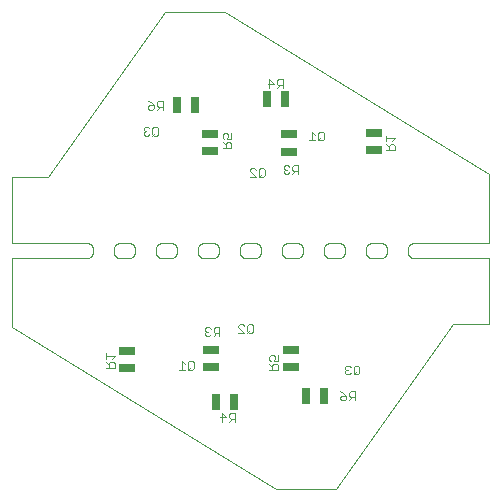
<source format=gbo>
G75*
%MOIN*%
%OFA0B0*%
%FSLAX25Y25*%
%IPPOS*%
%LPD*%
%AMOC8*
5,1,8,0,0,1.08239X$1,22.5*
%
%ADD10C,0.00000*%
%ADD11C,0.00300*%
%ADD12R,0.05512X0.02559*%
%ADD13R,0.02559X0.05512*%
D10*
X0003000Y0056500D02*
X0003000Y0079500D01*
X0028000Y0079500D01*
X0028087Y0079502D01*
X0028174Y0079508D01*
X0028261Y0079517D01*
X0028347Y0079530D01*
X0028433Y0079547D01*
X0028518Y0079568D01*
X0028601Y0079593D01*
X0028684Y0079621D01*
X0028765Y0079652D01*
X0028845Y0079687D01*
X0028923Y0079726D01*
X0029000Y0079768D01*
X0029075Y0079813D01*
X0029147Y0079862D01*
X0029218Y0079913D01*
X0029286Y0079968D01*
X0029351Y0080025D01*
X0029414Y0080086D01*
X0029475Y0080149D01*
X0029532Y0080214D01*
X0029587Y0080282D01*
X0029638Y0080353D01*
X0029687Y0080425D01*
X0029732Y0080500D01*
X0029774Y0080577D01*
X0029813Y0080655D01*
X0029848Y0080735D01*
X0029879Y0080816D01*
X0029907Y0080899D01*
X0029932Y0080982D01*
X0029953Y0081067D01*
X0029970Y0081153D01*
X0029983Y0081239D01*
X0029992Y0081326D01*
X0029998Y0081413D01*
X0030000Y0081500D01*
X0030000Y0082500D01*
X0029998Y0082587D01*
X0029992Y0082674D01*
X0029983Y0082761D01*
X0029970Y0082847D01*
X0029953Y0082933D01*
X0029932Y0083018D01*
X0029907Y0083101D01*
X0029879Y0083184D01*
X0029848Y0083265D01*
X0029813Y0083345D01*
X0029774Y0083423D01*
X0029732Y0083500D01*
X0029687Y0083575D01*
X0029638Y0083647D01*
X0029587Y0083718D01*
X0029532Y0083786D01*
X0029475Y0083851D01*
X0029414Y0083914D01*
X0029351Y0083975D01*
X0029286Y0084032D01*
X0029218Y0084087D01*
X0029147Y0084138D01*
X0029075Y0084187D01*
X0029000Y0084232D01*
X0028923Y0084274D01*
X0028845Y0084313D01*
X0028765Y0084348D01*
X0028684Y0084379D01*
X0028601Y0084407D01*
X0028518Y0084432D01*
X0028433Y0084453D01*
X0028347Y0084470D01*
X0028261Y0084483D01*
X0028174Y0084492D01*
X0028087Y0084498D01*
X0028000Y0084500D01*
X0003000Y0084500D01*
X0003000Y0106500D01*
X0015000Y0106500D01*
X0054000Y0161500D01*
X0074000Y0161500D01*
X0162000Y0107500D01*
X0162000Y0084500D01*
X0137000Y0084500D01*
X0136913Y0084498D01*
X0136826Y0084492D01*
X0136739Y0084483D01*
X0136653Y0084470D01*
X0136567Y0084453D01*
X0136482Y0084432D01*
X0136399Y0084407D01*
X0136316Y0084379D01*
X0136235Y0084348D01*
X0136155Y0084313D01*
X0136077Y0084274D01*
X0136000Y0084232D01*
X0135925Y0084187D01*
X0135853Y0084138D01*
X0135782Y0084087D01*
X0135714Y0084032D01*
X0135649Y0083975D01*
X0135586Y0083914D01*
X0135525Y0083851D01*
X0135468Y0083786D01*
X0135413Y0083718D01*
X0135362Y0083647D01*
X0135313Y0083575D01*
X0135268Y0083500D01*
X0135226Y0083423D01*
X0135187Y0083345D01*
X0135152Y0083265D01*
X0135121Y0083184D01*
X0135093Y0083101D01*
X0135068Y0083018D01*
X0135047Y0082933D01*
X0135030Y0082847D01*
X0135017Y0082761D01*
X0135008Y0082674D01*
X0135002Y0082587D01*
X0135000Y0082500D01*
X0135000Y0081500D01*
X0135002Y0081413D01*
X0135008Y0081326D01*
X0135017Y0081239D01*
X0135030Y0081153D01*
X0135047Y0081067D01*
X0135068Y0080982D01*
X0135093Y0080899D01*
X0135121Y0080816D01*
X0135152Y0080735D01*
X0135187Y0080655D01*
X0135226Y0080577D01*
X0135268Y0080500D01*
X0135313Y0080425D01*
X0135362Y0080353D01*
X0135413Y0080282D01*
X0135468Y0080214D01*
X0135525Y0080149D01*
X0135586Y0080086D01*
X0135649Y0080025D01*
X0135714Y0079968D01*
X0135782Y0079913D01*
X0135853Y0079862D01*
X0135925Y0079813D01*
X0136000Y0079768D01*
X0136077Y0079726D01*
X0136155Y0079687D01*
X0136235Y0079652D01*
X0136316Y0079621D01*
X0136399Y0079593D01*
X0136482Y0079568D01*
X0136567Y0079547D01*
X0136653Y0079530D01*
X0136739Y0079517D01*
X0136826Y0079508D01*
X0136913Y0079502D01*
X0137000Y0079500D01*
X0162000Y0079500D01*
X0162000Y0057500D01*
X0150000Y0057500D01*
X0111000Y0002500D01*
X0091000Y0002500D01*
X0003000Y0056500D01*
X0037000Y0081500D02*
X0037000Y0082500D01*
X0037002Y0082587D01*
X0037008Y0082674D01*
X0037017Y0082761D01*
X0037030Y0082847D01*
X0037047Y0082933D01*
X0037068Y0083018D01*
X0037093Y0083101D01*
X0037121Y0083184D01*
X0037152Y0083265D01*
X0037187Y0083345D01*
X0037226Y0083423D01*
X0037268Y0083500D01*
X0037313Y0083575D01*
X0037362Y0083647D01*
X0037413Y0083718D01*
X0037468Y0083786D01*
X0037525Y0083851D01*
X0037586Y0083914D01*
X0037649Y0083975D01*
X0037714Y0084032D01*
X0037782Y0084087D01*
X0037853Y0084138D01*
X0037925Y0084187D01*
X0038000Y0084232D01*
X0038077Y0084274D01*
X0038155Y0084313D01*
X0038235Y0084348D01*
X0038316Y0084379D01*
X0038399Y0084407D01*
X0038482Y0084432D01*
X0038567Y0084453D01*
X0038653Y0084470D01*
X0038739Y0084483D01*
X0038826Y0084492D01*
X0038913Y0084498D01*
X0039000Y0084500D01*
X0042000Y0084500D01*
X0042087Y0084498D01*
X0042174Y0084492D01*
X0042261Y0084483D01*
X0042347Y0084470D01*
X0042433Y0084453D01*
X0042518Y0084432D01*
X0042601Y0084407D01*
X0042684Y0084379D01*
X0042765Y0084348D01*
X0042845Y0084313D01*
X0042923Y0084274D01*
X0043000Y0084232D01*
X0043075Y0084187D01*
X0043147Y0084138D01*
X0043218Y0084087D01*
X0043286Y0084032D01*
X0043351Y0083975D01*
X0043414Y0083914D01*
X0043475Y0083851D01*
X0043532Y0083786D01*
X0043587Y0083718D01*
X0043638Y0083647D01*
X0043687Y0083575D01*
X0043732Y0083500D01*
X0043774Y0083423D01*
X0043813Y0083345D01*
X0043848Y0083265D01*
X0043879Y0083184D01*
X0043907Y0083101D01*
X0043932Y0083018D01*
X0043953Y0082933D01*
X0043970Y0082847D01*
X0043983Y0082761D01*
X0043992Y0082674D01*
X0043998Y0082587D01*
X0044000Y0082500D01*
X0044000Y0081500D01*
X0043998Y0081413D01*
X0043992Y0081326D01*
X0043983Y0081239D01*
X0043970Y0081153D01*
X0043953Y0081067D01*
X0043932Y0080982D01*
X0043907Y0080899D01*
X0043879Y0080816D01*
X0043848Y0080735D01*
X0043813Y0080655D01*
X0043774Y0080577D01*
X0043732Y0080500D01*
X0043687Y0080425D01*
X0043638Y0080353D01*
X0043587Y0080282D01*
X0043532Y0080214D01*
X0043475Y0080149D01*
X0043414Y0080086D01*
X0043351Y0080025D01*
X0043286Y0079968D01*
X0043218Y0079913D01*
X0043147Y0079862D01*
X0043075Y0079813D01*
X0043000Y0079768D01*
X0042923Y0079726D01*
X0042845Y0079687D01*
X0042765Y0079652D01*
X0042684Y0079621D01*
X0042601Y0079593D01*
X0042518Y0079568D01*
X0042433Y0079547D01*
X0042347Y0079530D01*
X0042261Y0079517D01*
X0042174Y0079508D01*
X0042087Y0079502D01*
X0042000Y0079500D01*
X0039000Y0079500D01*
X0038913Y0079502D01*
X0038826Y0079508D01*
X0038739Y0079517D01*
X0038653Y0079530D01*
X0038567Y0079547D01*
X0038482Y0079568D01*
X0038399Y0079593D01*
X0038316Y0079621D01*
X0038235Y0079652D01*
X0038155Y0079687D01*
X0038077Y0079726D01*
X0038000Y0079768D01*
X0037925Y0079813D01*
X0037853Y0079862D01*
X0037782Y0079913D01*
X0037714Y0079968D01*
X0037649Y0080025D01*
X0037586Y0080086D01*
X0037525Y0080149D01*
X0037468Y0080214D01*
X0037413Y0080282D01*
X0037362Y0080353D01*
X0037313Y0080425D01*
X0037268Y0080500D01*
X0037226Y0080577D01*
X0037187Y0080655D01*
X0037152Y0080735D01*
X0037121Y0080816D01*
X0037093Y0080899D01*
X0037068Y0080982D01*
X0037047Y0081067D01*
X0037030Y0081153D01*
X0037017Y0081239D01*
X0037008Y0081326D01*
X0037002Y0081413D01*
X0037000Y0081500D01*
X0051000Y0081500D02*
X0051000Y0082500D01*
X0051002Y0082587D01*
X0051008Y0082674D01*
X0051017Y0082761D01*
X0051030Y0082847D01*
X0051047Y0082933D01*
X0051068Y0083018D01*
X0051093Y0083101D01*
X0051121Y0083184D01*
X0051152Y0083265D01*
X0051187Y0083345D01*
X0051226Y0083423D01*
X0051268Y0083500D01*
X0051313Y0083575D01*
X0051362Y0083647D01*
X0051413Y0083718D01*
X0051468Y0083786D01*
X0051525Y0083851D01*
X0051586Y0083914D01*
X0051649Y0083975D01*
X0051714Y0084032D01*
X0051782Y0084087D01*
X0051853Y0084138D01*
X0051925Y0084187D01*
X0052000Y0084232D01*
X0052077Y0084274D01*
X0052155Y0084313D01*
X0052235Y0084348D01*
X0052316Y0084379D01*
X0052399Y0084407D01*
X0052482Y0084432D01*
X0052567Y0084453D01*
X0052653Y0084470D01*
X0052739Y0084483D01*
X0052826Y0084492D01*
X0052913Y0084498D01*
X0053000Y0084500D01*
X0056000Y0084500D01*
X0056087Y0084498D01*
X0056174Y0084492D01*
X0056261Y0084483D01*
X0056347Y0084470D01*
X0056433Y0084453D01*
X0056518Y0084432D01*
X0056601Y0084407D01*
X0056684Y0084379D01*
X0056765Y0084348D01*
X0056845Y0084313D01*
X0056923Y0084274D01*
X0057000Y0084232D01*
X0057075Y0084187D01*
X0057147Y0084138D01*
X0057218Y0084087D01*
X0057286Y0084032D01*
X0057351Y0083975D01*
X0057414Y0083914D01*
X0057475Y0083851D01*
X0057532Y0083786D01*
X0057587Y0083718D01*
X0057638Y0083647D01*
X0057687Y0083575D01*
X0057732Y0083500D01*
X0057774Y0083423D01*
X0057813Y0083345D01*
X0057848Y0083265D01*
X0057879Y0083184D01*
X0057907Y0083101D01*
X0057932Y0083018D01*
X0057953Y0082933D01*
X0057970Y0082847D01*
X0057983Y0082761D01*
X0057992Y0082674D01*
X0057998Y0082587D01*
X0058000Y0082500D01*
X0058000Y0081500D01*
X0057998Y0081413D01*
X0057992Y0081326D01*
X0057983Y0081239D01*
X0057970Y0081153D01*
X0057953Y0081067D01*
X0057932Y0080982D01*
X0057907Y0080899D01*
X0057879Y0080816D01*
X0057848Y0080735D01*
X0057813Y0080655D01*
X0057774Y0080577D01*
X0057732Y0080500D01*
X0057687Y0080425D01*
X0057638Y0080353D01*
X0057587Y0080282D01*
X0057532Y0080214D01*
X0057475Y0080149D01*
X0057414Y0080086D01*
X0057351Y0080025D01*
X0057286Y0079968D01*
X0057218Y0079913D01*
X0057147Y0079862D01*
X0057075Y0079813D01*
X0057000Y0079768D01*
X0056923Y0079726D01*
X0056845Y0079687D01*
X0056765Y0079652D01*
X0056684Y0079621D01*
X0056601Y0079593D01*
X0056518Y0079568D01*
X0056433Y0079547D01*
X0056347Y0079530D01*
X0056261Y0079517D01*
X0056174Y0079508D01*
X0056087Y0079502D01*
X0056000Y0079500D01*
X0053000Y0079500D01*
X0052913Y0079502D01*
X0052826Y0079508D01*
X0052739Y0079517D01*
X0052653Y0079530D01*
X0052567Y0079547D01*
X0052482Y0079568D01*
X0052399Y0079593D01*
X0052316Y0079621D01*
X0052235Y0079652D01*
X0052155Y0079687D01*
X0052077Y0079726D01*
X0052000Y0079768D01*
X0051925Y0079813D01*
X0051853Y0079862D01*
X0051782Y0079913D01*
X0051714Y0079968D01*
X0051649Y0080025D01*
X0051586Y0080086D01*
X0051525Y0080149D01*
X0051468Y0080214D01*
X0051413Y0080282D01*
X0051362Y0080353D01*
X0051313Y0080425D01*
X0051268Y0080500D01*
X0051226Y0080577D01*
X0051187Y0080655D01*
X0051152Y0080735D01*
X0051121Y0080816D01*
X0051093Y0080899D01*
X0051068Y0080982D01*
X0051047Y0081067D01*
X0051030Y0081153D01*
X0051017Y0081239D01*
X0051008Y0081326D01*
X0051002Y0081413D01*
X0051000Y0081500D01*
X0065000Y0081500D02*
X0065000Y0082500D01*
X0065002Y0082587D01*
X0065008Y0082674D01*
X0065017Y0082761D01*
X0065030Y0082847D01*
X0065047Y0082933D01*
X0065068Y0083018D01*
X0065093Y0083101D01*
X0065121Y0083184D01*
X0065152Y0083265D01*
X0065187Y0083345D01*
X0065226Y0083423D01*
X0065268Y0083500D01*
X0065313Y0083575D01*
X0065362Y0083647D01*
X0065413Y0083718D01*
X0065468Y0083786D01*
X0065525Y0083851D01*
X0065586Y0083914D01*
X0065649Y0083975D01*
X0065714Y0084032D01*
X0065782Y0084087D01*
X0065853Y0084138D01*
X0065925Y0084187D01*
X0066000Y0084232D01*
X0066077Y0084274D01*
X0066155Y0084313D01*
X0066235Y0084348D01*
X0066316Y0084379D01*
X0066399Y0084407D01*
X0066482Y0084432D01*
X0066567Y0084453D01*
X0066653Y0084470D01*
X0066739Y0084483D01*
X0066826Y0084492D01*
X0066913Y0084498D01*
X0067000Y0084500D01*
X0070000Y0084500D01*
X0070087Y0084498D01*
X0070174Y0084492D01*
X0070261Y0084483D01*
X0070347Y0084470D01*
X0070433Y0084453D01*
X0070518Y0084432D01*
X0070601Y0084407D01*
X0070684Y0084379D01*
X0070765Y0084348D01*
X0070845Y0084313D01*
X0070923Y0084274D01*
X0071000Y0084232D01*
X0071075Y0084187D01*
X0071147Y0084138D01*
X0071218Y0084087D01*
X0071286Y0084032D01*
X0071351Y0083975D01*
X0071414Y0083914D01*
X0071475Y0083851D01*
X0071532Y0083786D01*
X0071587Y0083718D01*
X0071638Y0083647D01*
X0071687Y0083575D01*
X0071732Y0083500D01*
X0071774Y0083423D01*
X0071813Y0083345D01*
X0071848Y0083265D01*
X0071879Y0083184D01*
X0071907Y0083101D01*
X0071932Y0083018D01*
X0071953Y0082933D01*
X0071970Y0082847D01*
X0071983Y0082761D01*
X0071992Y0082674D01*
X0071998Y0082587D01*
X0072000Y0082500D01*
X0072000Y0081500D01*
X0071998Y0081413D01*
X0071992Y0081326D01*
X0071983Y0081239D01*
X0071970Y0081153D01*
X0071953Y0081067D01*
X0071932Y0080982D01*
X0071907Y0080899D01*
X0071879Y0080816D01*
X0071848Y0080735D01*
X0071813Y0080655D01*
X0071774Y0080577D01*
X0071732Y0080500D01*
X0071687Y0080425D01*
X0071638Y0080353D01*
X0071587Y0080282D01*
X0071532Y0080214D01*
X0071475Y0080149D01*
X0071414Y0080086D01*
X0071351Y0080025D01*
X0071286Y0079968D01*
X0071218Y0079913D01*
X0071147Y0079862D01*
X0071075Y0079813D01*
X0071000Y0079768D01*
X0070923Y0079726D01*
X0070845Y0079687D01*
X0070765Y0079652D01*
X0070684Y0079621D01*
X0070601Y0079593D01*
X0070518Y0079568D01*
X0070433Y0079547D01*
X0070347Y0079530D01*
X0070261Y0079517D01*
X0070174Y0079508D01*
X0070087Y0079502D01*
X0070000Y0079500D01*
X0067000Y0079500D01*
X0066913Y0079502D01*
X0066826Y0079508D01*
X0066739Y0079517D01*
X0066653Y0079530D01*
X0066567Y0079547D01*
X0066482Y0079568D01*
X0066399Y0079593D01*
X0066316Y0079621D01*
X0066235Y0079652D01*
X0066155Y0079687D01*
X0066077Y0079726D01*
X0066000Y0079768D01*
X0065925Y0079813D01*
X0065853Y0079862D01*
X0065782Y0079913D01*
X0065714Y0079968D01*
X0065649Y0080025D01*
X0065586Y0080086D01*
X0065525Y0080149D01*
X0065468Y0080214D01*
X0065413Y0080282D01*
X0065362Y0080353D01*
X0065313Y0080425D01*
X0065268Y0080500D01*
X0065226Y0080577D01*
X0065187Y0080655D01*
X0065152Y0080735D01*
X0065121Y0080816D01*
X0065093Y0080899D01*
X0065068Y0080982D01*
X0065047Y0081067D01*
X0065030Y0081153D01*
X0065017Y0081239D01*
X0065008Y0081326D01*
X0065002Y0081413D01*
X0065000Y0081500D01*
X0079000Y0081500D02*
X0079000Y0082500D01*
X0079002Y0082587D01*
X0079008Y0082674D01*
X0079017Y0082761D01*
X0079030Y0082847D01*
X0079047Y0082933D01*
X0079068Y0083018D01*
X0079093Y0083101D01*
X0079121Y0083184D01*
X0079152Y0083265D01*
X0079187Y0083345D01*
X0079226Y0083423D01*
X0079268Y0083500D01*
X0079313Y0083575D01*
X0079362Y0083647D01*
X0079413Y0083718D01*
X0079468Y0083786D01*
X0079525Y0083851D01*
X0079586Y0083914D01*
X0079649Y0083975D01*
X0079714Y0084032D01*
X0079782Y0084087D01*
X0079853Y0084138D01*
X0079925Y0084187D01*
X0080000Y0084232D01*
X0080077Y0084274D01*
X0080155Y0084313D01*
X0080235Y0084348D01*
X0080316Y0084379D01*
X0080399Y0084407D01*
X0080482Y0084432D01*
X0080567Y0084453D01*
X0080653Y0084470D01*
X0080739Y0084483D01*
X0080826Y0084492D01*
X0080913Y0084498D01*
X0081000Y0084500D01*
X0084000Y0084500D01*
X0084087Y0084498D01*
X0084174Y0084492D01*
X0084261Y0084483D01*
X0084347Y0084470D01*
X0084433Y0084453D01*
X0084518Y0084432D01*
X0084601Y0084407D01*
X0084684Y0084379D01*
X0084765Y0084348D01*
X0084845Y0084313D01*
X0084923Y0084274D01*
X0085000Y0084232D01*
X0085075Y0084187D01*
X0085147Y0084138D01*
X0085218Y0084087D01*
X0085286Y0084032D01*
X0085351Y0083975D01*
X0085414Y0083914D01*
X0085475Y0083851D01*
X0085532Y0083786D01*
X0085587Y0083718D01*
X0085638Y0083647D01*
X0085687Y0083575D01*
X0085732Y0083500D01*
X0085774Y0083423D01*
X0085813Y0083345D01*
X0085848Y0083265D01*
X0085879Y0083184D01*
X0085907Y0083101D01*
X0085932Y0083018D01*
X0085953Y0082933D01*
X0085970Y0082847D01*
X0085983Y0082761D01*
X0085992Y0082674D01*
X0085998Y0082587D01*
X0086000Y0082500D01*
X0086000Y0081500D01*
X0085998Y0081413D01*
X0085992Y0081326D01*
X0085983Y0081239D01*
X0085970Y0081153D01*
X0085953Y0081067D01*
X0085932Y0080982D01*
X0085907Y0080899D01*
X0085879Y0080816D01*
X0085848Y0080735D01*
X0085813Y0080655D01*
X0085774Y0080577D01*
X0085732Y0080500D01*
X0085687Y0080425D01*
X0085638Y0080353D01*
X0085587Y0080282D01*
X0085532Y0080214D01*
X0085475Y0080149D01*
X0085414Y0080086D01*
X0085351Y0080025D01*
X0085286Y0079968D01*
X0085218Y0079913D01*
X0085147Y0079862D01*
X0085075Y0079813D01*
X0085000Y0079768D01*
X0084923Y0079726D01*
X0084845Y0079687D01*
X0084765Y0079652D01*
X0084684Y0079621D01*
X0084601Y0079593D01*
X0084518Y0079568D01*
X0084433Y0079547D01*
X0084347Y0079530D01*
X0084261Y0079517D01*
X0084174Y0079508D01*
X0084087Y0079502D01*
X0084000Y0079500D01*
X0081000Y0079500D01*
X0080913Y0079502D01*
X0080826Y0079508D01*
X0080739Y0079517D01*
X0080653Y0079530D01*
X0080567Y0079547D01*
X0080482Y0079568D01*
X0080399Y0079593D01*
X0080316Y0079621D01*
X0080235Y0079652D01*
X0080155Y0079687D01*
X0080077Y0079726D01*
X0080000Y0079768D01*
X0079925Y0079813D01*
X0079853Y0079862D01*
X0079782Y0079913D01*
X0079714Y0079968D01*
X0079649Y0080025D01*
X0079586Y0080086D01*
X0079525Y0080149D01*
X0079468Y0080214D01*
X0079413Y0080282D01*
X0079362Y0080353D01*
X0079313Y0080425D01*
X0079268Y0080500D01*
X0079226Y0080577D01*
X0079187Y0080655D01*
X0079152Y0080735D01*
X0079121Y0080816D01*
X0079093Y0080899D01*
X0079068Y0080982D01*
X0079047Y0081067D01*
X0079030Y0081153D01*
X0079017Y0081239D01*
X0079008Y0081326D01*
X0079002Y0081413D01*
X0079000Y0081500D01*
X0093000Y0081500D02*
X0093000Y0082500D01*
X0093002Y0082587D01*
X0093008Y0082674D01*
X0093017Y0082761D01*
X0093030Y0082847D01*
X0093047Y0082933D01*
X0093068Y0083018D01*
X0093093Y0083101D01*
X0093121Y0083184D01*
X0093152Y0083265D01*
X0093187Y0083345D01*
X0093226Y0083423D01*
X0093268Y0083500D01*
X0093313Y0083575D01*
X0093362Y0083647D01*
X0093413Y0083718D01*
X0093468Y0083786D01*
X0093525Y0083851D01*
X0093586Y0083914D01*
X0093649Y0083975D01*
X0093714Y0084032D01*
X0093782Y0084087D01*
X0093853Y0084138D01*
X0093925Y0084187D01*
X0094000Y0084232D01*
X0094077Y0084274D01*
X0094155Y0084313D01*
X0094235Y0084348D01*
X0094316Y0084379D01*
X0094399Y0084407D01*
X0094482Y0084432D01*
X0094567Y0084453D01*
X0094653Y0084470D01*
X0094739Y0084483D01*
X0094826Y0084492D01*
X0094913Y0084498D01*
X0095000Y0084500D01*
X0098000Y0084500D01*
X0098087Y0084498D01*
X0098174Y0084492D01*
X0098261Y0084483D01*
X0098347Y0084470D01*
X0098433Y0084453D01*
X0098518Y0084432D01*
X0098601Y0084407D01*
X0098684Y0084379D01*
X0098765Y0084348D01*
X0098845Y0084313D01*
X0098923Y0084274D01*
X0099000Y0084232D01*
X0099075Y0084187D01*
X0099147Y0084138D01*
X0099218Y0084087D01*
X0099286Y0084032D01*
X0099351Y0083975D01*
X0099414Y0083914D01*
X0099475Y0083851D01*
X0099532Y0083786D01*
X0099587Y0083718D01*
X0099638Y0083647D01*
X0099687Y0083575D01*
X0099732Y0083500D01*
X0099774Y0083423D01*
X0099813Y0083345D01*
X0099848Y0083265D01*
X0099879Y0083184D01*
X0099907Y0083101D01*
X0099932Y0083018D01*
X0099953Y0082933D01*
X0099970Y0082847D01*
X0099983Y0082761D01*
X0099992Y0082674D01*
X0099998Y0082587D01*
X0100000Y0082500D01*
X0100000Y0081500D01*
X0099998Y0081413D01*
X0099992Y0081326D01*
X0099983Y0081239D01*
X0099970Y0081153D01*
X0099953Y0081067D01*
X0099932Y0080982D01*
X0099907Y0080899D01*
X0099879Y0080816D01*
X0099848Y0080735D01*
X0099813Y0080655D01*
X0099774Y0080577D01*
X0099732Y0080500D01*
X0099687Y0080425D01*
X0099638Y0080353D01*
X0099587Y0080282D01*
X0099532Y0080214D01*
X0099475Y0080149D01*
X0099414Y0080086D01*
X0099351Y0080025D01*
X0099286Y0079968D01*
X0099218Y0079913D01*
X0099147Y0079862D01*
X0099075Y0079813D01*
X0099000Y0079768D01*
X0098923Y0079726D01*
X0098845Y0079687D01*
X0098765Y0079652D01*
X0098684Y0079621D01*
X0098601Y0079593D01*
X0098518Y0079568D01*
X0098433Y0079547D01*
X0098347Y0079530D01*
X0098261Y0079517D01*
X0098174Y0079508D01*
X0098087Y0079502D01*
X0098000Y0079500D01*
X0095000Y0079500D01*
X0094913Y0079502D01*
X0094826Y0079508D01*
X0094739Y0079517D01*
X0094653Y0079530D01*
X0094567Y0079547D01*
X0094482Y0079568D01*
X0094399Y0079593D01*
X0094316Y0079621D01*
X0094235Y0079652D01*
X0094155Y0079687D01*
X0094077Y0079726D01*
X0094000Y0079768D01*
X0093925Y0079813D01*
X0093853Y0079862D01*
X0093782Y0079913D01*
X0093714Y0079968D01*
X0093649Y0080025D01*
X0093586Y0080086D01*
X0093525Y0080149D01*
X0093468Y0080214D01*
X0093413Y0080282D01*
X0093362Y0080353D01*
X0093313Y0080425D01*
X0093268Y0080500D01*
X0093226Y0080577D01*
X0093187Y0080655D01*
X0093152Y0080735D01*
X0093121Y0080816D01*
X0093093Y0080899D01*
X0093068Y0080982D01*
X0093047Y0081067D01*
X0093030Y0081153D01*
X0093017Y0081239D01*
X0093008Y0081326D01*
X0093002Y0081413D01*
X0093000Y0081500D01*
X0107000Y0081500D02*
X0107000Y0082500D01*
X0107002Y0082587D01*
X0107008Y0082674D01*
X0107017Y0082761D01*
X0107030Y0082847D01*
X0107047Y0082933D01*
X0107068Y0083018D01*
X0107093Y0083101D01*
X0107121Y0083184D01*
X0107152Y0083265D01*
X0107187Y0083345D01*
X0107226Y0083423D01*
X0107268Y0083500D01*
X0107313Y0083575D01*
X0107362Y0083647D01*
X0107413Y0083718D01*
X0107468Y0083786D01*
X0107525Y0083851D01*
X0107586Y0083914D01*
X0107649Y0083975D01*
X0107714Y0084032D01*
X0107782Y0084087D01*
X0107853Y0084138D01*
X0107925Y0084187D01*
X0108000Y0084232D01*
X0108077Y0084274D01*
X0108155Y0084313D01*
X0108235Y0084348D01*
X0108316Y0084379D01*
X0108399Y0084407D01*
X0108482Y0084432D01*
X0108567Y0084453D01*
X0108653Y0084470D01*
X0108739Y0084483D01*
X0108826Y0084492D01*
X0108913Y0084498D01*
X0109000Y0084500D01*
X0112000Y0084500D01*
X0112087Y0084498D01*
X0112174Y0084492D01*
X0112261Y0084483D01*
X0112347Y0084470D01*
X0112433Y0084453D01*
X0112518Y0084432D01*
X0112601Y0084407D01*
X0112684Y0084379D01*
X0112765Y0084348D01*
X0112845Y0084313D01*
X0112923Y0084274D01*
X0113000Y0084232D01*
X0113075Y0084187D01*
X0113147Y0084138D01*
X0113218Y0084087D01*
X0113286Y0084032D01*
X0113351Y0083975D01*
X0113414Y0083914D01*
X0113475Y0083851D01*
X0113532Y0083786D01*
X0113587Y0083718D01*
X0113638Y0083647D01*
X0113687Y0083575D01*
X0113732Y0083500D01*
X0113774Y0083423D01*
X0113813Y0083345D01*
X0113848Y0083265D01*
X0113879Y0083184D01*
X0113907Y0083101D01*
X0113932Y0083018D01*
X0113953Y0082933D01*
X0113970Y0082847D01*
X0113983Y0082761D01*
X0113992Y0082674D01*
X0113998Y0082587D01*
X0114000Y0082500D01*
X0114000Y0081500D01*
X0113998Y0081413D01*
X0113992Y0081326D01*
X0113983Y0081239D01*
X0113970Y0081153D01*
X0113953Y0081067D01*
X0113932Y0080982D01*
X0113907Y0080899D01*
X0113879Y0080816D01*
X0113848Y0080735D01*
X0113813Y0080655D01*
X0113774Y0080577D01*
X0113732Y0080500D01*
X0113687Y0080425D01*
X0113638Y0080353D01*
X0113587Y0080282D01*
X0113532Y0080214D01*
X0113475Y0080149D01*
X0113414Y0080086D01*
X0113351Y0080025D01*
X0113286Y0079968D01*
X0113218Y0079913D01*
X0113147Y0079862D01*
X0113075Y0079813D01*
X0113000Y0079768D01*
X0112923Y0079726D01*
X0112845Y0079687D01*
X0112765Y0079652D01*
X0112684Y0079621D01*
X0112601Y0079593D01*
X0112518Y0079568D01*
X0112433Y0079547D01*
X0112347Y0079530D01*
X0112261Y0079517D01*
X0112174Y0079508D01*
X0112087Y0079502D01*
X0112000Y0079500D01*
X0109000Y0079500D01*
X0108913Y0079502D01*
X0108826Y0079508D01*
X0108739Y0079517D01*
X0108653Y0079530D01*
X0108567Y0079547D01*
X0108482Y0079568D01*
X0108399Y0079593D01*
X0108316Y0079621D01*
X0108235Y0079652D01*
X0108155Y0079687D01*
X0108077Y0079726D01*
X0108000Y0079768D01*
X0107925Y0079813D01*
X0107853Y0079862D01*
X0107782Y0079913D01*
X0107714Y0079968D01*
X0107649Y0080025D01*
X0107586Y0080086D01*
X0107525Y0080149D01*
X0107468Y0080214D01*
X0107413Y0080282D01*
X0107362Y0080353D01*
X0107313Y0080425D01*
X0107268Y0080500D01*
X0107226Y0080577D01*
X0107187Y0080655D01*
X0107152Y0080735D01*
X0107121Y0080816D01*
X0107093Y0080899D01*
X0107068Y0080982D01*
X0107047Y0081067D01*
X0107030Y0081153D01*
X0107017Y0081239D01*
X0107008Y0081326D01*
X0107002Y0081413D01*
X0107000Y0081500D01*
X0121000Y0081500D02*
X0121000Y0082500D01*
X0121002Y0082587D01*
X0121008Y0082674D01*
X0121017Y0082761D01*
X0121030Y0082847D01*
X0121047Y0082933D01*
X0121068Y0083018D01*
X0121093Y0083101D01*
X0121121Y0083184D01*
X0121152Y0083265D01*
X0121187Y0083345D01*
X0121226Y0083423D01*
X0121268Y0083500D01*
X0121313Y0083575D01*
X0121362Y0083647D01*
X0121413Y0083718D01*
X0121468Y0083786D01*
X0121525Y0083851D01*
X0121586Y0083914D01*
X0121649Y0083975D01*
X0121714Y0084032D01*
X0121782Y0084087D01*
X0121853Y0084138D01*
X0121925Y0084187D01*
X0122000Y0084232D01*
X0122077Y0084274D01*
X0122155Y0084313D01*
X0122235Y0084348D01*
X0122316Y0084379D01*
X0122399Y0084407D01*
X0122482Y0084432D01*
X0122567Y0084453D01*
X0122653Y0084470D01*
X0122739Y0084483D01*
X0122826Y0084492D01*
X0122913Y0084498D01*
X0123000Y0084500D01*
X0126000Y0084500D01*
X0126087Y0084498D01*
X0126174Y0084492D01*
X0126261Y0084483D01*
X0126347Y0084470D01*
X0126433Y0084453D01*
X0126518Y0084432D01*
X0126601Y0084407D01*
X0126684Y0084379D01*
X0126765Y0084348D01*
X0126845Y0084313D01*
X0126923Y0084274D01*
X0127000Y0084232D01*
X0127075Y0084187D01*
X0127147Y0084138D01*
X0127218Y0084087D01*
X0127286Y0084032D01*
X0127351Y0083975D01*
X0127414Y0083914D01*
X0127475Y0083851D01*
X0127532Y0083786D01*
X0127587Y0083718D01*
X0127638Y0083647D01*
X0127687Y0083575D01*
X0127732Y0083500D01*
X0127774Y0083423D01*
X0127813Y0083345D01*
X0127848Y0083265D01*
X0127879Y0083184D01*
X0127907Y0083101D01*
X0127932Y0083018D01*
X0127953Y0082933D01*
X0127970Y0082847D01*
X0127983Y0082761D01*
X0127992Y0082674D01*
X0127998Y0082587D01*
X0128000Y0082500D01*
X0128000Y0081500D01*
X0127998Y0081413D01*
X0127992Y0081326D01*
X0127983Y0081239D01*
X0127970Y0081153D01*
X0127953Y0081067D01*
X0127932Y0080982D01*
X0127907Y0080899D01*
X0127879Y0080816D01*
X0127848Y0080735D01*
X0127813Y0080655D01*
X0127774Y0080577D01*
X0127732Y0080500D01*
X0127687Y0080425D01*
X0127638Y0080353D01*
X0127587Y0080282D01*
X0127532Y0080214D01*
X0127475Y0080149D01*
X0127414Y0080086D01*
X0127351Y0080025D01*
X0127286Y0079968D01*
X0127218Y0079913D01*
X0127147Y0079862D01*
X0127075Y0079813D01*
X0127000Y0079768D01*
X0126923Y0079726D01*
X0126845Y0079687D01*
X0126765Y0079652D01*
X0126684Y0079621D01*
X0126601Y0079593D01*
X0126518Y0079568D01*
X0126433Y0079547D01*
X0126347Y0079530D01*
X0126261Y0079517D01*
X0126174Y0079508D01*
X0126087Y0079502D01*
X0126000Y0079500D01*
X0123000Y0079500D01*
X0122913Y0079502D01*
X0122826Y0079508D01*
X0122739Y0079517D01*
X0122653Y0079530D01*
X0122567Y0079547D01*
X0122482Y0079568D01*
X0122399Y0079593D01*
X0122316Y0079621D01*
X0122235Y0079652D01*
X0122155Y0079687D01*
X0122077Y0079726D01*
X0122000Y0079768D01*
X0121925Y0079813D01*
X0121853Y0079862D01*
X0121782Y0079913D01*
X0121714Y0079968D01*
X0121649Y0080025D01*
X0121586Y0080086D01*
X0121525Y0080149D01*
X0121468Y0080214D01*
X0121413Y0080282D01*
X0121362Y0080353D01*
X0121313Y0080425D01*
X0121268Y0080500D01*
X0121226Y0080577D01*
X0121187Y0080655D01*
X0121152Y0080735D01*
X0121121Y0080816D01*
X0121093Y0080899D01*
X0121068Y0080982D01*
X0121047Y0081067D01*
X0121030Y0081153D01*
X0121017Y0081239D01*
X0121008Y0081326D01*
X0121002Y0081413D01*
X0121000Y0081500D01*
D11*
X0037252Y0042957D02*
X0034350Y0042957D01*
X0035317Y0042957D02*
X0035317Y0044408D01*
X0035801Y0044892D01*
X0036769Y0044892D01*
X0037252Y0044408D01*
X0037252Y0042957D01*
X0035317Y0043924D02*
X0034350Y0044892D01*
X0034350Y0045903D02*
X0034350Y0047838D01*
X0034350Y0046871D02*
X0037252Y0046871D01*
X0036285Y0045903D01*
X0058662Y0042350D02*
X0060597Y0042350D01*
X0059629Y0042350D02*
X0059629Y0045252D01*
X0060597Y0044285D01*
X0061608Y0044769D02*
X0061608Y0042834D01*
X0062092Y0042350D01*
X0063059Y0042350D01*
X0063543Y0042834D01*
X0063543Y0044769D01*
X0063059Y0045252D01*
X0062092Y0045252D01*
X0061608Y0044769D01*
X0062576Y0043317D02*
X0061608Y0042350D01*
X0067745Y0053550D02*
X0067262Y0054034D01*
X0067262Y0054517D01*
X0067745Y0055001D01*
X0068229Y0055001D01*
X0067745Y0055001D02*
X0067262Y0055485D01*
X0067262Y0055969D01*
X0067745Y0056452D01*
X0068713Y0056452D01*
X0069197Y0055969D01*
X0070208Y0055969D02*
X0070208Y0055001D01*
X0070692Y0054517D01*
X0072143Y0054517D01*
X0072143Y0053550D02*
X0072143Y0056452D01*
X0070692Y0056452D01*
X0070208Y0055969D01*
X0071176Y0054517D02*
X0070208Y0053550D01*
X0069197Y0054034D02*
X0068713Y0053550D01*
X0067745Y0053550D01*
X0078462Y0054550D02*
X0080397Y0054550D01*
X0078462Y0056485D01*
X0078462Y0056969D01*
X0078945Y0057452D01*
X0079913Y0057452D01*
X0080397Y0056969D01*
X0081408Y0056969D02*
X0081408Y0055034D01*
X0081892Y0054550D01*
X0082859Y0054550D01*
X0083343Y0055034D01*
X0083343Y0056969D01*
X0082859Y0057452D01*
X0081892Y0057452D01*
X0081408Y0056969D01*
X0082376Y0055517D02*
X0081408Y0054550D01*
X0088850Y0046655D02*
X0088850Y0045687D01*
X0089334Y0045203D01*
X0090301Y0045203D02*
X0090785Y0046171D01*
X0090785Y0046655D01*
X0090301Y0047138D01*
X0089334Y0047138D01*
X0088850Y0046655D01*
X0090301Y0045203D02*
X0091752Y0045203D01*
X0091752Y0047138D01*
X0091269Y0044192D02*
X0090301Y0044192D01*
X0089817Y0043708D01*
X0089817Y0042257D01*
X0088850Y0042257D02*
X0091752Y0042257D01*
X0091752Y0043708D01*
X0091269Y0044192D01*
X0089817Y0043224D02*
X0088850Y0044192D01*
X0077350Y0027852D02*
X0075899Y0027852D01*
X0075415Y0027369D01*
X0075415Y0026401D01*
X0075899Y0025917D01*
X0077350Y0025917D01*
X0077350Y0024950D02*
X0077350Y0027852D01*
X0076383Y0025917D02*
X0075415Y0024950D01*
X0074403Y0026401D02*
X0072469Y0026401D01*
X0072952Y0024950D02*
X0072952Y0027852D01*
X0074403Y0026401D01*
X0112469Y0032634D02*
X0112952Y0032150D01*
X0113920Y0032150D01*
X0114403Y0032634D01*
X0114403Y0033601D01*
X0112952Y0033601D01*
X0112469Y0033117D01*
X0112469Y0032634D01*
X0114403Y0033601D02*
X0113436Y0034569D01*
X0112469Y0035052D01*
X0115415Y0034569D02*
X0115415Y0033601D01*
X0115899Y0033117D01*
X0117350Y0033117D01*
X0117350Y0032150D02*
X0117350Y0035052D01*
X0115899Y0035052D01*
X0115415Y0034569D01*
X0116383Y0033117D02*
X0115415Y0032150D01*
X0115413Y0040750D02*
X0114445Y0040750D01*
X0113962Y0041234D01*
X0113962Y0041717D01*
X0114445Y0042201D01*
X0114929Y0042201D01*
X0114445Y0042201D02*
X0113962Y0042685D01*
X0113962Y0043169D01*
X0114445Y0043652D01*
X0115413Y0043652D01*
X0115897Y0043169D01*
X0116908Y0043169D02*
X0116908Y0041234D01*
X0117392Y0040750D01*
X0118359Y0040750D01*
X0118843Y0041234D01*
X0118843Y0043169D01*
X0118359Y0043652D01*
X0117392Y0043652D01*
X0116908Y0043169D01*
X0117876Y0041717D02*
X0116908Y0040750D01*
X0115897Y0041234D02*
X0115413Y0040750D01*
X0086766Y0106550D02*
X0087250Y0107034D01*
X0087250Y0108969D01*
X0086766Y0109452D01*
X0085799Y0109452D01*
X0085315Y0108969D01*
X0085315Y0107034D01*
X0085799Y0106550D01*
X0086766Y0106550D01*
X0086283Y0107517D02*
X0085315Y0106550D01*
X0084303Y0106550D02*
X0082369Y0108485D01*
X0082369Y0108969D01*
X0082852Y0109452D01*
X0083820Y0109452D01*
X0084303Y0108969D01*
X0084303Y0106550D02*
X0082369Y0106550D01*
X0093569Y0108034D02*
X0094052Y0107550D01*
X0095020Y0107550D01*
X0095503Y0108034D01*
X0096515Y0107550D02*
X0097483Y0108517D01*
X0096999Y0108517D02*
X0098450Y0108517D01*
X0098450Y0107550D02*
X0098450Y0110452D01*
X0096999Y0110452D01*
X0096515Y0109969D01*
X0096515Y0109001D01*
X0096999Y0108517D01*
X0095503Y0109969D02*
X0095020Y0110452D01*
X0094052Y0110452D01*
X0093569Y0109969D01*
X0093569Y0109485D01*
X0094052Y0109001D01*
X0093569Y0108517D01*
X0093569Y0108034D01*
X0094052Y0109001D02*
X0094536Y0109001D01*
X0102169Y0118750D02*
X0104103Y0118750D01*
X0103136Y0118750D02*
X0103136Y0121652D01*
X0104103Y0120685D01*
X0105115Y0121169D02*
X0105115Y0119234D01*
X0105599Y0118750D01*
X0106566Y0118750D01*
X0107050Y0119234D01*
X0107050Y0121169D01*
X0106566Y0121652D01*
X0105599Y0121652D01*
X0105115Y0121169D01*
X0106083Y0119717D02*
X0105115Y0118750D01*
X0093243Y0136150D02*
X0093243Y0139052D01*
X0091792Y0139052D01*
X0091308Y0138569D01*
X0091308Y0137601D01*
X0091792Y0137117D01*
X0093243Y0137117D01*
X0092276Y0137117D02*
X0091308Y0136150D01*
X0090297Y0137601D02*
X0088845Y0139052D01*
X0088845Y0136150D01*
X0088362Y0137601D02*
X0090297Y0137601D01*
X0076152Y0121031D02*
X0076152Y0119097D01*
X0074701Y0119097D01*
X0075185Y0120064D01*
X0075185Y0120548D01*
X0074701Y0121031D01*
X0073734Y0121031D01*
X0073250Y0120548D01*
X0073250Y0119580D01*
X0073734Y0119097D01*
X0073250Y0118085D02*
X0074217Y0117117D01*
X0074217Y0117601D02*
X0074217Y0116150D01*
X0073250Y0116150D02*
X0076152Y0116150D01*
X0076152Y0117601D01*
X0075669Y0118085D01*
X0074701Y0118085D01*
X0074217Y0117601D01*
X0053243Y0128950D02*
X0053243Y0131852D01*
X0051792Y0131852D01*
X0051308Y0131369D01*
X0051308Y0130401D01*
X0051792Y0129917D01*
X0053243Y0129917D01*
X0052276Y0129917D02*
X0051308Y0128950D01*
X0050297Y0129434D02*
X0049813Y0128950D01*
X0048845Y0128950D01*
X0048362Y0129434D01*
X0048362Y0129917D01*
X0048845Y0130401D01*
X0050297Y0130401D01*
X0050297Y0129434D01*
X0050297Y0130401D02*
X0049329Y0131369D01*
X0048362Y0131852D01*
X0048320Y0123252D02*
X0047352Y0123252D01*
X0046869Y0122769D01*
X0046869Y0122285D01*
X0047352Y0121801D01*
X0046869Y0121317D01*
X0046869Y0120834D01*
X0047352Y0120350D01*
X0048320Y0120350D01*
X0048803Y0120834D01*
X0049815Y0120834D02*
X0050299Y0120350D01*
X0051266Y0120350D01*
X0051750Y0120834D01*
X0051750Y0122769D01*
X0051266Y0123252D01*
X0050299Y0123252D01*
X0049815Y0122769D01*
X0049815Y0120834D01*
X0049815Y0120350D02*
X0050783Y0121317D01*
X0048803Y0122769D02*
X0048320Y0123252D01*
X0047836Y0121801D02*
X0047352Y0121801D01*
X0127750Y0120331D02*
X0127750Y0118397D01*
X0127750Y0119364D02*
X0130652Y0119364D01*
X0129685Y0118397D01*
X0130169Y0117385D02*
X0129201Y0117385D01*
X0128717Y0116901D01*
X0128717Y0115450D01*
X0127750Y0115450D02*
X0130652Y0115450D01*
X0130652Y0116901D01*
X0130169Y0117385D01*
X0128717Y0116417D02*
X0127750Y0117385D01*
D12*
X0123606Y0115380D03*
X0123606Y0121180D03*
X0095506Y0120780D03*
X0095506Y0114980D03*
X0069106Y0115080D03*
X0069106Y0120880D03*
X0069494Y0049020D03*
X0069494Y0043220D03*
X0095894Y0043120D03*
X0095894Y0048920D03*
X0041394Y0048620D03*
X0041394Y0042820D03*
D13*
X0071120Y0031506D03*
X0076920Y0031506D03*
X0101120Y0033506D03*
X0106920Y0033506D03*
X0063880Y0130494D03*
X0058080Y0130494D03*
X0088080Y0132494D03*
X0093880Y0132494D03*
M02*

</source>
